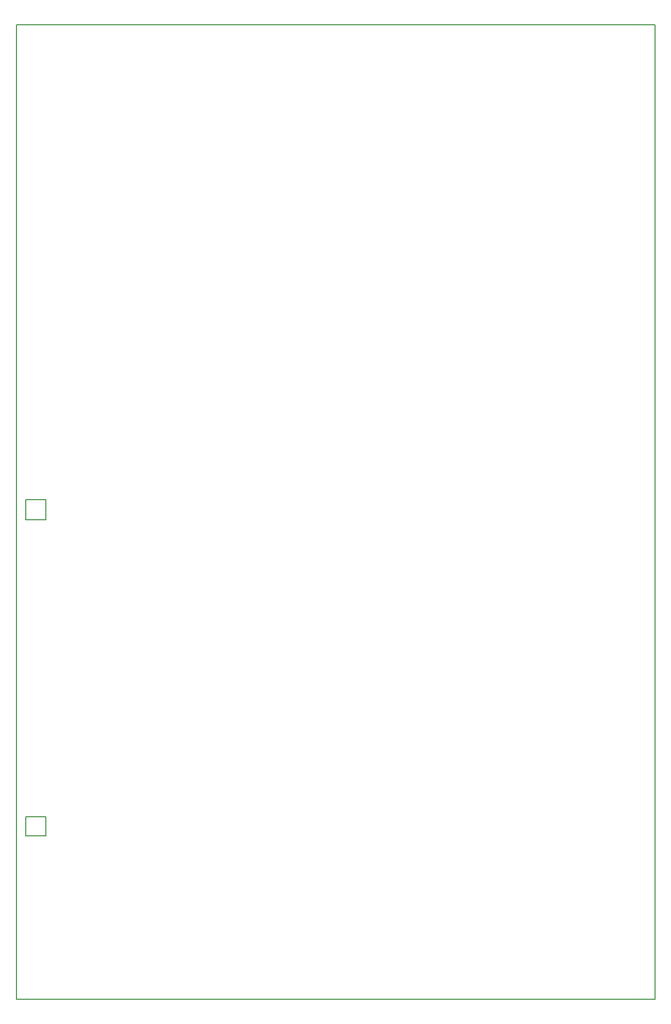
<source format=gbr>
%TF.GenerationSoftware,KiCad,Pcbnew,5.1.9-73d0e3b20d~88~ubuntu20.04.1*%
%TF.CreationDate,2021-05-09T07:06:15+02:00*%
%TF.ProjectId,bkm-129x-scart-vga,626b6d2d-3132-4397-982d-73636172742d,rev?*%
%TF.SameCoordinates,Original*%
%TF.FileFunction,Profile,NP*%
%FSLAX46Y46*%
G04 Gerber Fmt 4.6, Leading zero omitted, Abs format (unit mm)*
G04 Created by KiCad (PCBNEW 5.1.9-73d0e3b20d~88~ubuntu20.04.1) date 2021-05-09 07:06:15*
%MOMM*%
%LPD*%
G01*
G04 APERTURE LIST*
%TA.AperFunction,Profile*%
%ADD10C,0.150000*%
%TD*%
G04 APERTURE END LIST*
D10*
X51054000Y-155194000D02*
X51054000Y-158369000D01*
X54356000Y-155194000D02*
X51054000Y-155194000D01*
X54356000Y-158369000D02*
X54356000Y-155194000D01*
X51054000Y-158369000D02*
X54356000Y-158369000D01*
X51054000Y-106426000D02*
X51054000Y-103124000D01*
X54356000Y-106426000D02*
X51054000Y-106426000D01*
X54356000Y-103124000D02*
X54356000Y-106426000D01*
X51054000Y-103124000D02*
X54356000Y-103124000D01*
X49504600Y-185153300D02*
X49504600Y-25146000D01*
X154470100Y-25146000D02*
X49504600Y-25146000D01*
X154470100Y-45148500D02*
X154470100Y-25146000D01*
X154470100Y-185153300D02*
X49504600Y-185153300D01*
X154470100Y-165163500D02*
X154470100Y-185153300D01*
X154470100Y-149733000D02*
X154470100Y-165163500D01*
X154470100Y-60452000D02*
X154470100Y-45148500D01*
X154470100Y-149733000D02*
X154470100Y-60452000D01*
M02*

</source>
